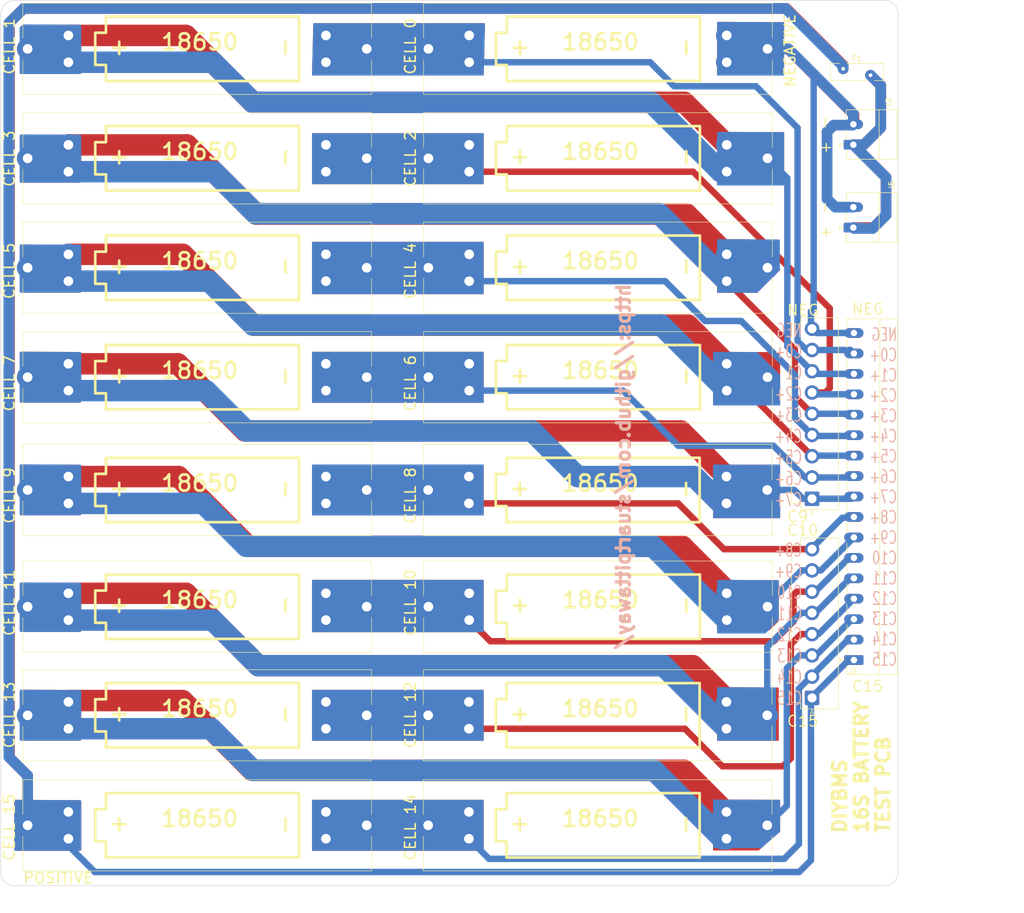
<source format=kicad_pcb>
(kicad_pcb (version 20221018) (generator pcbnew)
  (layers (0 "F.Cu" signal) (31 "B.Cu" signal) (34 "B.Paste" user) (35 "F.Paste" user) (36 "B.SilkS" user "B.Silkscreen") (37 "F.SilkS" user "F.Silkscreen") (38 "B.Mask" user) (39 "F.Mask" user) (44 "Edge.Cuts" user))
  (net 0 "")
  (net 1 "/POSITIVE")
  (net 2 "/NEGATIVE")
  (net 3 "/C4")
  (net 4 "/C3")
  (net 5 "/C2")
  (net 6 "/C1")
  (net 7 "/C15")
  (net 8 "/C14")
  (net 9 "/C13")
  (net 10 "/C12")
  (net 11 "/C11")
  (net 12 "/C10")
  (net 13 "/C9")
  (net 14 "/C8")
  (net 15 "/C7")
  (net 16 "/C6")
  (net 17 "/C5")
  (net 18 "Net-(J2-Pin_1)")
  (footprint "MYOUNG:MY-18650-01" (layer "F.Cu") (at 141.6 158)
    (fp_text reference "BT5" hide)
    (fp_text value "18650")
  )
  (footprint "MYOUNG:MY-18650-01" (layer "F.Cu") (at 216.3 115.22875)
    (fp_text reference "BT10" hide)
    (fp_text value "18650")
  )
  (footprint "MYOUNG:MY-18650-01" (layer "F.Cu") (at 141.6 115.22875)
    (fp_text reference "BT9" hide)
    (fp_text value "18650")
  )
  (footprint "MYOUNG:MY-18650-01" (layer "F.Cu") (at 141.6 74.42875)
    (fp_text reference "BT13" hide)
    (fp_text value "18650")
  )
  (footprint "MountingHole:MountingHole_3.5mm" (layer "F.Cu") (at 266.2 204)
    (fp_text reference "H2")
    (fp_text value "MountingHole")
  )
  (footprint "MYOUNG:MY-18650-01" (layer "F.Cu") (at 216.3 54.02875)
    (fp_text reference "BT16" hide)
    (fp_text value "18650")
  )
  (footprint "Ningbo Kangnex Elec:WJ15EDGRC-3.81-17P" (layer "F.Cu") (at 264 167.95 90)
    (fp_text reference "J1")
    (fp_text value "Conn_01x17_Socket")
  )
  (footprint "MYOUNG:MY-18650-01" (layer "F.Cu") (at 216.3 74.42875)
    (fp_text reference "BT14" hide)
    (fp_text value "18650")
  )
  (footprint "MountingHole:MountingHole_3.5mm" (layer "F.Cu") (at 266.2 51)
    (fp_text reference "H1")
    (fp_text value "MountingHole")
  )
  (footprint "MYOUNG:MY-18650-01" (layer "F.Cu") (at 216.25 178.25)
    (fp_text reference "BT4" hide)
    (fp_text value "18650")
  )
  (footprint "Connector_Phoenix_MC:PhoenixContact_MC_1,5_2-G-3.81_1x02_P3.81mm_Horizontal" (layer "F.Cu") (at 263.9 87.35 90)
    (fp_text reference "J5")
    (fp_text value "Power")
  )
  (footprint "MYOUNG:MY-18650-01" (layer "F.Cu") (at 141.6 198.75)
    (fp_text reference "BT1" hide)
    (fp_text value "18650")
  )
  (footprint "MYOUNG:MY-18650-01" (layer "F.Cu") (at 141.6 94.82875)
    (fp_text reference "BT11" hide)
    (fp_text value "18650")
  )
  (footprint "MYOUNG:MY-18650-01" (layer "F.Cu") (at 141.6 136.25)
    (fp_text reference "BT7" hide)
    (fp_text value "18650")
  )
  (footprint "MYOUNG:MY-18650-01" (layer "F.Cu") (at 216.25 198.75)
    (fp_text reference "BT2" hide)
    (fp_text value "18650")
  )
  (footprint "Connector_Phoenix_MC:PhoenixContact_MC_1,5_2-G-3.81_1x02_P3.81mm_Horizontal" (layer "F.Cu") (at 263.9 71.9 90)
    (fp_text reference "J2")
    (fp_text value "Power")
  )
  (footprint "MYOUNG:MY-18650-01" (layer "F.Cu") (at 216.25 136.25)
    (fp_text reference "BT8" hide)
    (fp_text value "18650")
  )
  (footprint "MYOUNG:MY-18650-01" (layer "F.Cu") (at 216.3 158)
    (fp_text reference "BT6" hide)
    (fp_text value "18650")
  )
  (footprint "MYOUNG:MY-18650-01" (layer "F.Cu") (at 141.6 54.02875)
    (fp_text reference "BT15" hide)
    (fp_text value "18650")
  )
  (footprint "Fuse:Fuse_Bourns_MF-RHT100" (layer "F.Cu") (at 262 57.75)
    (fp_text reference "F1")
    (fp_text value "Fuse, 100mA")
  )
  (footprint "MYOUNG:MY-18650-01" (layer "F.Cu") (at 216.3 94.82875)
    (fp_text reference "BT12" hide)
    (fp_text value "18650")
  )
  (footprint "MYOUNG:MY-18650-01" (layer "F.Cu") (at 141.6 178.25)
    (fp_text reference "BT3" hide)
    (fp_text value "18650")
  )
  (footprint "Connector_JST:JST_VH_B8P-VH_1x08_P3.96mm_Vertical" (layer "F.Cu") (at 256.2 175 90)
    (fp_text reference "J4" hide)
    (fp_text value "Conn_01x08_Socket")
  )
  (footprint "Connector_JST:JST_VH_B9P-VH_1x09_P3.96mm_Vertical" (layer "F.Cu") (at 256.2 137.88 90)
    (fp_text reference "J3" hide)
    (fp_text value "Conn_01x09_Socket")
  )
  (gr_line (start 269.732233 210) (end 107.5 210) (stroke (width 0.1)) (layer "Edge.Cuts"))
  (gr_line (start 272.232233 47.5) (end 272.232233 207.5) (stroke (width 0.1)) (layer "Edge.Cuts"))
  (gr_arc (start 105 47.5) (mid 105.732233 45.732233) (end 107.5 45) (stroke (width 0.1)) (layer "Edge.Cuts"))
  (gr_line (start 107.5 45) (end 269.732233 45) (stroke (width 0.1)) (layer "Edge.Cuts"))
  (gr_line (start 105 207.5) (end 105 47.5) (stroke (width 0.1)) (layer "Edge.Cuts"))
  (gr_arc (start 269.732233 45) (mid 271.5 45.732233) (end 272.232233 47.5) (stroke (width 0.1)) (layer "Edge.Cuts"))
  (gr_arc (start 272.232233 207.5) (mid 271.5 209.267767) (end 269.732233 210) (stroke (width 0.1)) (layer "Edge.Cuts"))
  (gr_arc (start 107.5 210) (mid 105.732233 209.267767) (end 105 207.5) (stroke (width 0.1)) (layer "Edge.Cuts"))
  (gr_text "C8+\nC9+\nC10\nC11\nC12\nC13\nC14\nC15" (at 254.5 176.5) (layer "B.SilkS") (effects (font (size 2.45 1.6) (thickness 0.24)) (justify left bottom mirror)))
  (gr_text "NEG\nC0+\nC1\nC2+\nC3+\nC4+\nC5+\nC6+\nC7+" (at 254.5 139.5) (layer "B.SilkS") (effects (font (size 2.45 1.6) (thickness 0.24)) (justify left bottom mirror)))
  (gr_text "https://github.com/stuartpittaway/" (at 222.5 97.5 90) (layer "B.SilkS") (effects (font (size 2.5 2.5) (thickness 0.6) bold) (justify left bottom mirror)))
  (gr_text locked "NEG\nC0+\nC1+\nC2+\nC3+\nC4+\nC5+\nC6+\nC7+\nC8+\nC9+\nC10\nC11\nC12\nC13\nC14\nC15" (at 272.2 169.2) (layer "B.SilkS") (effects (font (size 2.35 1.6) (thickness 0.24)) (justify left bottom mirror)))
  (gr_text locked "C15" (at 263.5 174) (layer "F.SilkS") (effects (font (size 2 2) (thickness 0.24)) (justify left bottom)))
  (gr_text "+" (at 257.45 73.45) (layer "F.SilkS") (effects (font (size 2 2) (thickness 0.24)) (justify left bottom)))
  (gr_text locked "NEG" (at 251.4 103.9) (layer "F.SilkS") (effects (font (size 2 2) (thickness 0.24)) (justify left bottom)))
  (gr_text locked "CELL 8" (at 182.5 142.714284 90) (layer "F.SilkS") (effects (font (size 2 2) (thickness 0.3)) (justify left bottom)))
  (gr_text locked "C10" (at 251.4 144.9) (layer "F.SilkS") (effects (font (size 2 2) (thickness 0.24)) (justify left bottom)))
  (gr_text "CELL 9" (at 107.75 142.714284 90) (layer "F.SilkS") (effects (font (size 2 2) (thickness 0.3)) (justify left bottom)))
  (gr_text locked "CELL 14" (at 182.5 205.5 90) (layer "F.SilkS") (effects (font (size 2 2) (thickness 0.3)) (justify left bottom)))
  (gr_text "CELL 13" (at 107.75 184.571426 90) (layer "F.SilkS") (effects (font (size 2 2) (thickness 0.3)) (justify left bottom)))
  (gr_text "CELL 1" (at 107.75 59 90) (layer "F.SilkS") (effects (font (size 2 2) (thickness 0.3)) (justify left bottom)))
  (gr_text "CELL 5" (at 107.75 100.857142 90) (layer "F.SilkS") (effects (font (size 2 2) (thickness 0.3)) (justify left bottom)))
  (gr_text locked "CELL 2" (at 182.5 79.928571 90) (layer "F.SilkS") (effects (font (size 2 2) (thickness 0.3)) (justify left bottom)))
  (gr_text "+" (at 257.45 89.25) (layer "F.SilkS") (effects (font (size 2 2) (thickness 0.24)) (justify left bottom)))
  (gr_text locked "NEGATIVE" (at 253.25 61.35 90) (layer "F.SilkS") (effects (font (size 2 2) (thickness 0.3)) (justify left bottom)))
  (gr_text locked "CELL 6" (at 182.5 121.785713 90) (layer "F.SilkS") (effects (font (size 2 2) (thickness 0.3)) (justify left bottom)))
  (gr_text locked "CELL 10" (at 182.5 163.642855 90) (layer "F.SilkS") (effects (font (size 2 2) (thickness 0.3)) (justify left bottom)))
  (gr_text locked "POSITIVE" (at 109 209.75) (layer "F.SilkS") (effects (font (size 2 2) (thickness 0.3)) (justify left bottom)))
  (gr_text locked "CELL 4" (at 182.5 100.857142 90) (layer "F.SilkS") (effects (font (size 2 2) (thickness 0.3)) (justify left bottom)))
  (gr_text locked "NEG" (at 263.5 103.7) (layer "F.SilkS") (effects (font (size 2 2) (thickness 0.24)) (justify left bottom)))
  (gr_text locked "C9" (at 251.4 142.4) (layer "F.SilkS") (effects (font (size 2 2) (thickness 0.24)) (justify left bottom)))
  (gr_text locked "CELL 0" (at 182.5 59 90) (layer "F.SilkS") (effects (font (size 2 2) (thickness 0.3)) (justify left bottom)))
  (gr_text "-" (at 259.7 85 90) (layer "F.SilkS") (effects (font (size 2 2) (thickness 0.24)) (justify left bottom)))
  (gr_text "-" (at 259.7 69.2 90) (layer "F.SilkS") (effects (font (size 2 2) (thickness 0.24)) (justify left bottom)))
  (gr_text "CELL 3" (at 107.75 79.928571 90) (layer "F.SilkS") (effects (font (size 2 2) (thickness 0.3)) (justify left bottom)))
  (gr_text locked "C15" (at 251.4 180.5) (layer "F.SilkS") (effects (font (size 2 2) (thickness 0.24)) (justify left bottom)))
  (gr_text "DIYBMS\n16S BATTERY\nTEST PCB" (at 270.9 200.5 90) (layer "F.SilkS") (effects (font (size 2.5 2.5) (thickness 0.6) bold) (justify left bottom)))
  (gr_text "CELL 7" (at 107.75 121.785713 90) (layer "F.SilkS") (effects (font (size 2 2) (thickness 0.3)) (justify left bottom)))
  (gr_text "CELL 15" (at 107.75 205.5 90) (layer "F.SilkS") (effects (font (size 2 2) (thickness 0.3)) (justify left bottom)))
  (gr_text "CELL 11" (at 107.75 163.642855 90) (layer "F.SilkS") (effects (font (size 2 2) (thickness 0.3)) (justify left bottom)))
  (gr_text locked "CELL 12" (at 182.5 184.571426 90) (layer "F.SilkS") (effects (font (size 2 2) (thickness 0.3)) (justify left bottom)))
  (segment (start 109.25 46.5) (end 106.6 49.15) (width 2) (layer "F.Cu") (net 1))
  (segment (start 106.6 49.15) (end 106.6 186.1) (width 2) (layer "F.Cu") (net 1))
  (segment (start 262 57.1) (end 251.4 46.5) (width 2) (layer "F.Cu") (net 1))
  (segment (start 106.6 186.1) (end 110 189.5) (width 2) (layer "F.Cu") (net 1))
  (segment (start 262 57.75) (end 262 57.1) (width 2) (layer "F.Cu") (net 1))
  (segment (start 110 189.5) (end 110 198.75) (width 2) (layer "F.Cu") (net 1))
  (segment (start 251.4 46.5) (end 109.25 46.5) (width 2) (layer "F.Cu") (net 1))
  (segment (start 256 175.2) (end 256 205.25) (width 1.2) (layer "B.Cu") (net 1))
  (segment (start 262 57.25) (end 262 57.75) (width 2) (layer "B.Cu") (net 1))
  (segment (start 109.25 46.5) (end 251.25 46.5) (width 2) (layer "B.Cu") (net 1))
  (segment (start 117.6 202.52875) (end 117.6 201.25) (width 1.2) (layer "B.Cu") (net 1))
  (segment (start 253.8 207.45) (end 122.52125 207.45) (width 1.2) (layer "B.Cu") (net 1))
  (segment (start 106.5 49.25) (end 109.25 46.5) (width 2) (layer "B.Cu") (net 1))
  (segment (start 110 189.5) (end 106.5 186) (width 2) (layer "B.Cu") (net 1))
  (segment (start 256 205.25) (end 253.8 207.45) (width 1.2) (layer "B.Cu") (net 1))
  (segment (start 106.5 186) (end 106.5 49.25) (width 2) (layer "B.Cu") (net 1))
  (segment (start 251.25 46.5) (end 262 57.25) (width 2) (layer "B.Cu") (net 1))
  (segment (start 263.05 167.95) (end 256.2 174.8) (width 1.2) (layer "B.Cu") (net 1))
  (segment (start 122.52125 207.45) (end 117.6 202.52875) (width 1.2) (layer "B.Cu") (net 1))
  (segment (start 110 198.75) (end 110 189.5) (width 2) (layer "B.Cu") (net 1))
  (segment (start 251.72875 54.02875) (end 247.9 54.02875) (width 2) (layer "F.Cu") (net 2))
  (segment (start 264 67.99) (end 264 66.3) (width 2) (layer "F.Cu") (net 2))
  (segment (start 264 66.3) (end 251.72875 54.02875) (width 2) (layer "F.Cu") (net 2))
  (segment (start 263.9 68.09) (end 264 67.99) (width 2) (layer "F.Cu") (net 2))
  (segment (start 259 69.5) (end 260.25 68.25) (width 2) (layer "B.Cu") (net 2))
  (segment (start 263.74 68.25) (end 263.9 68.09) (width 2) (layer "B.Cu") (net 2))
  (segment (start 259 82) (end 259 69.5) (width 2) (layer "B.Cu") (net 2))
  (segment (start 264 106.99) (end 256.99 106.99) (width 1.2) (layer "B.Cu") (net 2))
  (segment (start 256 103) (end 256.5 102.5) (width 1.2) (layer "B.Cu") (net 2))
  (segment (start 256.5 102.5) (end 256.5 59) (width 1.2) (layer "B.Cu") (net 2))
  (segment (start 263.9 66.15) (end 251.77875 54.02875) (width 2) (layer "B.Cu") (net 2))
  (segment (start 260.54 83.54) (end 259 82) (width 2) (layer "B.Cu") (net 2))
  (segment (start 256.5 59) (end 251.52875 54.02875) (width 1.2) (layer "B.Cu") (net 2))
  (segment (start 251.77875 54.02875) (end 247.9 54.02875) (width 2) (layer "B.Cu") (net 2))
  (segment (start 256.99 106.99) (end 256.2 106.2) (width 1.2) (layer "B.Cu") (net 2))
  (segment (start 256 106) (end 256 103) (width 1.2) (layer "B.Cu") (net 2))
  (segment (start 251.52875 54.02875) (end 247.9 54.02875) (width 1.2) (layer "B.Cu") (net 2))
  (segment (start 263.9 68.09) (end 263.9 66.15) (width 2) (layer "B.Cu") (net 2))
  (segment (start 263.9 83.54) (end 260.54 83.54) (width 2) (layer "B.Cu") (net 2))
  (segment (start 260.25 68.25) (end 263.74 68.25) (width 2) (layer "B.Cu") (net 2))
  (segment (start 152.6 84.82875) (end 232.8 84.82875) (width 4) (layer "F.Cu") (net 3))
  (segment (start 117.6 71.92875) (end 139.7 71.92875) (width 4) (layer "F.Cu") (net 3))
  (segment (start 232.8 84.82875) (end 240.3 92.32875) (width 4) (layer "F.Cu") (net 3))
  (segment (start 256.2 122.04) (end 253 118.84) (width 1.2) (layer "F.Cu") (net 3))
  (segment (start 240.3 97.32875) (end 245.4 97.32875) (width 3) (layer "F.Cu") (net 3))
  (segment (start 245.4 97.32875) (end 247.9 94.82875) (width 3) (layer "F.Cu") (net 3))
  (segment (start 253 118.84) (end 253 110.02875) (width 1.2) (layer "F.Cu") (net 3))
  (segment (start 253 110.02875) (end 240.3 97.32875) (width 1.2) (layer "F.Cu") (net 3))
  (segment (start 139.7 71.92875) (end 152.6 84.82875) (width 4) (layer "F.Cu") (net 3))
  (segment (start 240.3 97.32875) (end 240.3 92.32875) (width 3) (layer "F.Cu") (net 3))
  (segment (start 256.2 122.04) (end 263.81 122.04) (width 1.2) (layer "B.Cu") (net 3))
  (segment (start 117.6 76.92875) (end 144.67875 76.92875) (width 4) (layer "B.Cu") (net 3))
  (segment (start 152.5 84.75) (end 227.72125 84.75) (width 4) (layer "B.Cu") (net 3))
  (segment (start 144.67875 76.92875) (end 152.5 84.75) (width 4) (layer "B.Cu") (net 3))
  (segment (start 227.72125 84.75) (end 240.3 97.32875) (width 4) (layer "B.Cu") (net 3))
  (segment (start 259.5 117.25) (end 258.67 118.08) (width 1.2) (layer "F.Cu") (net 4))
  (segment (start 234.034587 76.92875) (end 259.5 102.394163) (width 1.2) (layer "F.Cu") (net 4))
  (segment (start 258.67 118.08) (end 256.2 118.08) (width 1.2) (layer "F.Cu") (net 4))
  (segment (start 192.3 76.92875) (end 234.034587 76.92875) (width 1.2) (layer "F.Cu") (net 4))
  (segment (start 259.5 102.394163) (end 259.5 117.25) (width 1.2) (layer "F.Cu") (net 4))
  (segment (start 193.92875 76.92875) (end 192.3 76.92875) (width 1.2) (layer "B.Cu") (net 4))
  (segment (start 264 118.42) (end 256.54 118.42) (width 1.2) (layer "B.Cu") (net 4))
  (segment (start 194 77) (end 193.92875 76.92875) (width 1.2) (layer "B.Cu") (net 4))
  (segment (start 256.54 118.42) (end 256.2 118.08) (width 1.2) (layer "B.Cu") (net 4))
  (segment (start 240.3 76.92875) (end 245.4 76.92875) (width 3) (layer "F.Cu") (net 5))
  (segment (start 232.37125 64) (end 240.3 71.92875) (width 4) (layer "F.Cu") (net 5))
  (segment (start 245.4 76.92875) (end 247.9 74.42875) (width 3) (layer "F.Cu") (net 5))
  (segment (start 117.6 51.52875) (end 139.5 51.52875) (width 4) (layer "F.Cu") (net 5))
  (segment (start 139.5 51.52875) (end 151.97125 64) (width 4) (layer "F.Cu") (net 5))
  (segment (start 240.3 71.92875) (end 240.3 76.92875) (width 3) (layer "F.Cu") (net 5))
  (segment (start 151.97125 64) (end 232.37125 64) (width 4) (layer "F.Cu") (net 5))
  (segment (start 256.2 114.12) (end 251.6 109.52) (width 1.2) (layer "B.Cu") (net 5))
  (segment (start 144.52875 56.52875) (end 117.6 56.52875) (width 4) (layer "B.Cu") (net 5))
  (segment (start 239.17875 76.92875) (end 226.25 64) (width 4) (layer "B.Cu") (net 5))
  (segment (start 152 64) (end 144.52875 56.52875) (width 4) (layer "B.Cu") (net 5))
  (segment (start 251.6 78.12875) (end 247.9 74.42875) (width 1.2) (layer "B.Cu") (net 5))
  (segment (start 264 114.61) (end 256.69 114.61) (width 1.2) (layer "B.Cu") (net 5))
  (segment (start 226.25 64) (end 152 64) (width 4) (layer "B.Cu") (net 5))
  (segment (start 240.3 76.92875) (end 239.17875 76.92875) (width 4) (layer "B.Cu") (net 5))
  (segment (start 251.6 109.52) (end 251.6 78.12875) (width 1.2) (layer "B.Cu") (net 5))
  (segment (start 255.16 110.16) (end 253.5 108.5) (width 1.2) (layer "B.Cu") (net 6))
  (segment (start 253.5 108.5) (end 253.5 68.75) (width 1.2) (layer "B.Cu") (net 6))
  (segment (start 253.5 68.75) (end 245.75 61) (width 1.2) (layer "B.Cu") (net 6))
  (segment (start 245.75 61) (end 230.5 61) (width 1.2) (layer "B.Cu") (net 6))
  (segment (start 230.5 61) (end 226.02875 56.52875) (width 1.2) (layer "B.Cu") (net 6))
  (segment (start 263.36 110.16) (end 255.16 110.16) (width 1.2) (layer "B.Cu") (net 6))
  (segment (start 264 110.8) (end 263.36 110.16) (width 1.2) (layer "B.Cu") (net 6))
  (segment (start 226.02875 56.52875) (end 192.3 56.52875) (width 1.2) (layer "B.Cu") (net 6))
  (segment (start 253.75 202.25) (end 251 205) (width 1.2) (layer "B.Cu") (net 7))
  (segment (start 251 205) (end 196 205) (width 1.2) (layer "B.Cu") (net 7))
  (segment (start 196 205) (end 192.25 201.25) (width 1.2) (layer "B.Cu") (net 7))
  (segment (start 253.75 173.29) (end 253.75 202.25) (width 1.2) (layer "B.Cu") (net 7))
  (segment (start 262.9 164.14) (end 253.75 173.29) (width 1.2) (layer "B.Cu") (net 7))
  (segment (start 240.25 196.25) (end 240.25 201.25) (width 3) (layer "F.Cu") (net 8))
  (segment (start 138.87125 175.5) (end 151.87125 188.5) (width 4) (layer "F.Cu") (net 8))
  (segment (start 240.25 201.25) (end 245.35 201.25) (width 3) (layer "F.Cu") (net 8))
  (segment (start 245.35 201.25) (end 247.85 198.75) (width 3) (layer "F.Cu") (net 8))
  (segment (start 151.87125 188.5) (end 232.375 188.5) (width 4) (layer "F.Cu") (net 8))
  (segment (start 232.375 188.5) (end 240.125 196.25) (width 4) (layer "F.Cu") (net 8))
  (segment (start 117.6 175.75) (end 117.85 175.5) (width 4) (layer "F.Cu") (net 8))
  (segment (start 240.125 196.25) (end 240.25 196.25) (width 4) (layer "F.Cu") (net 8))
  (segment (start 117.85 175.5) (end 138.87125 175.5) (width 4) (layer "F.Cu") (net 8))
  (segment (start 239.5 201.25) (end 240.25 201.25) (width 4) (layer "B.Cu") (net 8))
  (segment (start 117.6 180.75) (end 144.25 180.75) (width 4) (layer "B.Cu") (net 8))
  (segment (start 263.67 160.33) (end 256.92 167.08) (width 1.2) (layer "B.Cu") (net 8))
  (segment (start 226.75 188.5) (end 239.5 201.25) (width 4) (layer "B.Cu") (net 8))
  (segment (start 253.92 167.08) (end 251.5 169.5) (width 1.2) (layer "B.Cu") (net 8))
  (segment (start 152 188.5) (end 226.75 188.5) (width 4) (layer "B.Cu") (net 8))
  (segment (start 144.25 180.75) (end 152 188.5) (width 4) (layer "B.Cu") (net 8))
  (segment (start 251.5 169.5) (end 251.5 195.1) (width 1.2) (layer "B.Cu") (net 8))
  (segment (start 256.2 167.08) (end 253.92 167.08) (width 1.2) (layer "B.Cu") (net 8))
  (segment (start 251.5 195.1) (end 247.85 198.75) (width 1.2) (layer "B.Cu") (net 8))
  (segment (start 252.25 186.25) (end 250.75 187.75) (width 1.2) (layer "F.Cu") (net 9))
  (segment (start 250.75 187.75) (end 239.5 187.75) (width 1.2) (layer "F.Cu") (net 9))
  (segment (start 252.25 165) (end 252.25 186.25) (width 1.2) (layer "F.Cu") (net 9))
  (segment (start 256.2 163.12) (end 254.13 163.12) (width 1.2) (layer "F.Cu") (net 9))
  (segment (start 254.13 163.12) (end 252.25 165) (width 1.2) (layer "F.Cu") (net 9))
  (segment (start 239.5 187.75) (end 232.5 180.75) (width 1.2) (layer "F.Cu") (net 9))
  (segment (start 232.5 180.75) (end 192.25 180.75) (width 1.2) (layer "F.Cu") (net 9))
  (segment (start 264 156.52) (end 257.4 163.12) (width 1.2) (layer "B.Cu") (net 9))
  (segment (start 234 169) (end 240.25 175.25) (width 4) (layer "F.Cu") (net 10))
  (segment (start 240.25 175.25) (end 240.25 175.75) (width 4) (layer "F.Cu") (net 10))
  (segment (start 153 169) (end 234 169) (width 4) (layer "F.Cu") (net 10))
  (segment (start 139.5 155.5) (end 153 169) (width 4) (layer "F.Cu") (net 10))
  (segment (start 245.35 180.75) (end 247.85 178.25) (width 3) (layer "F.Cu") (net 10))
  (segment (start 117.6 155.5) (end 139.5 155.5) (width 4) (layer "F.Cu") (net 10))
  (segment (start 240.25 180.75) (end 240.25 175.75) (width 3) (layer "F.Cu") (net 10))
  (segment (start 240.25 180.75) (end 245.35 180.75) (width 3) (layer "F.Cu") (net 10))
  (segment (start 254.16 159.16) (end 247.85 165.47) (width 1.2) (layer "B.Cu") (net 10))
  (segment (start 247.85 165.47) (end 247.85 178.25) (width 1.2) (layer "B.Cu") (net 10))
  (segment (start 263.29 152.71) (end 256.84 159.16) (width 1.2) (layer "B.Cu") (net 10))
  (segment (start 144.5 160.5) (end 117.5 160.5) (width 4) (layer "B.Cu") (net 10))
  (segment (start 153 169) (end 144.5 160.5) (width 4) (layer "B.Cu") (net 10))
  (segment (start 256.2 159.16) (end 254.16 159.16) (width 1.2) (layer "B.Cu") (net 10))
  (segment (start 228.5 169) (end 153 169) (width 4) (layer "B.Cu") (net 10))
  (segment (start 240.25 180.75) (end 228.5 169) (width 4) (layer "B.Cu") (net 10))
  (segment (start 252.75 160.75) (end 249.05 164.45) (width 1.2) (layer "F.Cu") (net 11))
  (segment (start 253.3 155.2) (end 252.75 155.75) (width 1.2) (layer "F.Cu") (net 11))
  (segment (start 196.25 164.45) (end 192.3 160.5) (width 1.2) (layer "F.Cu") (net 11))
  (segment (start 256.2 155.2) (end 253.3 155.2) (width 1.2) (layer "F.Cu") (net 11))
  (segment (start 252.75 155.75) (end 252.75 160.75) (width 1.2) (layer "F.Cu") (net 11))
  (segment (start 249.05 164.45) (end 196.25 164.45) (width 1.2) (layer "F.Cu") (net 11))
  (segment (start 263.1 148.9) (end 256.8 155.2) (width 1.2) (layer "B.Cu") (net 11))
  (segment (start 240.3 155.014375) (end 240.3 155.5) (width 4) (layer "F.Cu") (net 12))
  (segment (start 151.12125 146.75) (end 232.035625 146.75) (width 4) (layer "F.Cu") (net 12))
  (segment (start 240.3 155.5) (end 240.3 160.5) (width 3) (layer "F.Cu") (net 12))
  (segment (start 245.4 160.5) (end 247.9 158) (width 3) (layer "F.Cu") (net 12))
  (segment (start 138.12125 133.75) (end 151.12125 146.75) (width 4) (layer "F.Cu") (net 12))
  (segment (start 117.6 133.75) (end 138.12125 133.75) (width 4) (layer "F.Cu") (net 12))
  (segment (start 240.3 160.5) (end 245.4 160.5) (width 3) (layer "F.Cu") (net 12))
  (segment (start 232.035625 146.75) (end 240.3 155.014375) (width 4) (layer "F.Cu") (net 12))
  (segment (start 257.85 151.24) (end 254.24 151.24) (width 1.2) (layer "B.Cu") (net 12))
  (segment (start 150.75 146.75) (end 142.75 138.75) (width 4) (layer "B.Cu") (net 12))
  (segment (start 264 145.09) (end 257.85 151.24) (width 1.2) (layer "B.Cu") (net 12))
  (segment (start 254.24 151.24) (end 247.9 157.58) (width 1.2) (layer "B.Cu") (net 12))
  (segment (start 226.55 146.75) (end 150.75 146.75) (width 4) (layer "B.Cu") (net 12))
  (segment (start 240.3 160.5) (end 226.55 146.75) (width 4) (layer "B.Cu") (net 12))
  (segment (start 142.75 138.75) (end 117.5 138.75) (width 4) (layer "B.Cu") (net 12))
  (segment (start 239.78 147.28) (end 231.25 138.75) (width 1.2) (layer "F.Cu") (net 13))
  (segment (start 256.2 147.28) (end 239.78 147.28) (width 1.2) (layer "F.Cu") (net 13))
  (segment (start 231.25 138.75) (end 192.25 138.75) (width 1.2) (layer "F.Cu") (net 13))
  (segment (start 261.86125 141.41875) (end 256.2 147.08) (width 1.2) (layer "B.Cu") (net 13))
  (segment (start 263.86125 141.41875) (end 261.86125 141.41875) (width 1.2) (layer "B.Cu") (net 13))
  (segment (start 240.25 138.75) (end 245.35 138.75) (width 3) (layer "F.Cu") (net 14))
  (segment (start 150.52125 125.25) (end 231.75 125.25) (width 4) (layer "F.Cu") (net 14))
  (segment (start 117.6 112.72875) (end 138 112.72875) (width 4) (layer "F.Cu") (net 14))
  (segment (start 240.25 133.75) (end 240.25 138.75) (width 3) (layer "F.Cu") (net 14))
  (segment (start 231.75 125.25) (end 240.25 133.75) (width 4) (layer "F.Cu") (net 14))
  (segment (start 138 112.72875) (end 150.52125 125.25) (width 4) (layer "F.Cu") (net 14))
  (segment (start 245.35 138.75) (end 247.85 136.25) (width 3) (layer "F.Cu") (net 14))
  (segment (start 143.22875 117.72875) (end 150.75 125.25) (width 4) (layer "B.Cu") (net 14))
  (segment (start 150.75 125.25) (end 204 125.25) (width 4) (layer "B.Cu") (net 14))
  (segment (start 254.522812 137.88) (end 252.892812 136.25) (width 1.2) (layer "B.Cu") (net 14))
  (segment (start 263.59 137.88) (end 254.522812 137.88) (width 1.2) (layer "B.Cu") (net 14))
  (segment (start 234.25 133.75) (end 239.25 138.75) (width 4) (layer "B.Cu") (net 14))
  (segment (start 212.5 133.75) (end 234.25 133.75) (width 4) (layer "B.Cu") (net 14))
  (segment (start 204 125.25) (end 212.5 133.75) (width 4) (layer "B.Cu") (net 14))
  (segment (start 239.25 138.75) (end 240.25 138.75) (width 4) (layer "B.Cu") (net 14))
  (segment (start 117.6 117.72875) (end 143.22875 117.72875) (width 4) (layer "B.Cu") (net 14))
  (segment (start 264 137.47) (end 263.59 137.88) (width 1.2) (layer "B.Cu") (net 14))
  (segment (start 252.892812 136.25) (end 247.85 136.25) (width 1.2) (layer "B.Cu") (net 14))
  (segment (start 220.97875 117.72875) (end 192.3 117.72875) (width 1.2) (layer "B.Cu") (net 15))
  (segment (start 254.92 133.92) (end 249 128) (width 1.2) (layer "B.Cu") (net 15))
  (segment (start 249 128) (end 231.25 128) (width 1.2) (layer "B.Cu") (net 15))
  (segment (start 263.74 133.92) (end 254.92 133.92) (width 1.2) (layer "B.Cu") (net 15))
  (segment (start 231.25 128) (end 220.97875 117.72875) (width 1.2) (layer "B.Cu") (net 15))
  (segment (start 245.4 117.72875) (end 247.9 115.22875) (width 3) (layer "F.Cu") (net 16))
  (segment (start 152.1 105.52875) (end 233.1 105.52875) (width 4) (layer "F.Cu") (net 16))
  (segment (start 240.3 117.72875) (end 245.4 117.72875) (width 3) (layer "F.Cu") (net 16))
  (segment (start 138.9 92.32875) (end 152.1 105.52875) (width 4) (layer "F.Cu") (net 16))
  (segment (start 117.6 92.32875) (end 138.9 92.32875) (width 4) (layer "F.Cu") (net 16))
  (segment (start 256.2 129.95) (end 243.97875 117.72875) (width 1.2) (layer "F.Cu") (net 16))
  (segment (start 240.3 117.72875) (end 240.3 112.72875) (width 3) (layer "F.Cu") (net 16))
  (segment (start 243.97875 117.72875) (end 240.3 117.72875) (width 1.2) (layer "F.Cu") (net 16))
  (segment (start 233.1 105.52875) (end 240.3 112.72875) (width 4) (layer "F.Cu") (net 16))
  (segment (start 152 105.5) (end 143.82875 97.32875) (width 4) (layer "B.Cu") (net 16))
  (segment (start 143.82875 97.32875) (end 117.6 97.32875) (width 4) (layer "B.Cu") (net 16))
  (segment (start 240.3 117.72875) (end 228.07125 105.5) (width 4) (layer "B.Cu") (net 16))
  (segment (start 228.07125 105.5) (end 152 105.5) (width 4) (layer "B.Cu") (net 16))
  (segment (start 264 129.85) (end 256.31 129.85) (width 1.2) (layer "B.Cu") (net 16))
  (segment (start 253 122.8) (end 253 114.75) (width 1.2) (layer "B.Cu") (net 17))
  (segment (start 253 114.75) (end 243 104.75) (width 1.2) (layer "B.Cu") (net 17))
  (segment (start 256.37875 126.17875) (end 256.2 126) (width 1.2) (layer "B.Cu") (net 17))
  (segment (start 243 104.75) (end 236.25 104.75) (width 1.2) (layer "B.Cu") (net 17))
  (segment (start 256.2 126) (end 253 122.8) (width 1.2) (layer "B.Cu") (net 17))
  (segment (start 263.86125 126.17875) (end 256.37875 126.17875) (width 1.2) (layer "B.Cu") (net 17))
  (segment (start 236.25 104.75) (end 228.82875 97.32875) (width 1.2) (layer "B.Cu") (net 17))
  (segment (start 228.82875 97.32875) (end 192.3 97.32875) (width 1.2) (layer "B.Cu") (net 17))
  (segment (start 263.9 71.9) (end 265.85 71.9) (width 2) (layer "F.Cu") (net 18))
  (segment (start 269 68.75) (end 269 60.85) (width 2) (layer "F.Cu") (net 18))
  (segment (start 269 60.85) (end 267.1 58.95) (width 2) (layer "F.Cu") (net 18))
  (segment (start 267.65 87.35) (end 263.9 87.35) (width 2) (layer "F.Cu") (net 18))
  (segment (start 263.9 71.9) (end 270 78) (width 2) (layer "F.Cu") (net 18))
  (segment (start 270 85) (end 267.65 87.35) (width 2) (layer "F.Cu") (net 18))
  (segment (start 270 78) (end 270 85) (width 2) (layer "F.Cu") (net 18))
  (segment (start 265.85 71.9) (end 269 68.75) (width 2) (layer "F.Cu") (net 18))
  (segment (start 264.05 87.5) (end 263.9 87.35) (width 2) (layer "B.Cu") (net 18))
  (segment (start 267.5 87.5) (end 264.05 87.5) (width 2) (layer "B.Cu") (net 18))
  (segment (start 267.1 58.95) (end 269 60.85) (width 2) (layer "B.Cu") (net 18))
  (segment (start 270 78) (end 270 85) (width 2) (layer "B.Cu") (net 18))
  (segment (start 269 60.85) (end 269 68.75) (width 2) (layer "B.Cu") (net 18))
  (segment (start 263.9 71.9) (end 270 78) (width 2) (layer "B.Cu") (net 18))
  (segment (start 270 85) (end 267.5 87.5) (width 2) (layer "B.Cu") (net 18))
  (segment (start 269 68.75) (end 265.85 71.9) (width 2) (layer "B.Cu") (net 18))
  (segment (start 265.85 71.9) (end 263.9 71.9) (width 2) (layer "B.Cu") (net 18))
  (zone (net 3) (net_name "/C4") (layers "F&B.Cu") (connect_pads yes (clearance 0.8)) (min_thickness 0.25) (fill yes (thermal_gap 0.5) (thermal_bridge_width 0.5))
    (polygon (pts (xy 238.5 89.5) (xy 250.5 89.558216) (xy 250.5 94) (xy 250.5 95) (xy 246 99.5) (xy 238.5 99.5)))
  )
  (zone (net 10) (net_name "/C12") (layers "F&B.Cu") (connect_pads yes (clearance 1)) (min_thickness 0.5) (fill yes (thermal_gap 0.5) (thermal_bridge_width 0.5))
    (polygon (pts (xy 107.986044 153.475676) (xy 119.986044 153.533892) (xy 119.986044 162.725676) (xy 107.986044 162.725676)))
  )
  (zone (net 14) (net_name "/C8") (layers "F&B.Cu") (connect_pads yes (clearance 1)) (min_thickness 0.25) (fill yes (thermal_gap 0.5) (thermal_bridge_width 0.5))
    (polygon (pts (xy 237.75 131.5) (xy 245.749826 131.537257) (xy 250.25 131.5) (xy 250.25 136) (xy 250.25 138) (xy 250.25 141.5) (xy 246.25 141.5) (xy 237.75 141.5)))
  )
  (zone (net 5) (net_name "/C2") (layers "F&B.Cu") (connect_pads yes (clearance 0.8)) (min_thickness 0.25) (fill yes (thermal_gap 0.5) (thermal_bridge_width 0.5))
    (polygon (pts (xy 238.5 69.5) (xy 251 69.558216) (xy 251 79.5) (xy 238.5 79.5)))
  )
  (zone (net 16) (net_name "/C6") (layers "F&B.Cu") (connect_pads yes (clearance 1)) (min_thickness 0.5) (fill yes (thermal_gap 0.5) (thermal_bridge_width 0.5))
    (polygon (pts (xy 107.986044 90.475676) (xy 119.986044 90.533892) (xy 119.986044 99.475676) (xy 107.986044 99.475676)))
  )
  (zone (net 4) (net_name "/C3") (layers "F&B.Cu") (connect_pads yes (clearance 0.5)) (min_thickness 0.25) (fill yes (thermal_gap 0.5) (thermal_bridge_width 0.5))
    (polygon (pts (xy 163 69.75) (xy 195 69.75) (xy 195 79.25) (xy 163 79.25)))
  )
  (zone (net 8) (net_name "/C14") (layers "F&B.Cu") (connect_pads yes (clearance 1.4)) (min_thickness 0.25) (fill yes (thermal_gap 0.5) (thermal_bridge_width 0.5))
    (polygon (pts (xy 237.75 193.941784) (xy 250.25 194) (xy 250.25 199.941784) (xy 246.25 203.441784) (xy 245.25 203.441784) (xy 237.75 203.441784)))
  )
  (zone (net 12) (net_name "/C10") (layers "F&B.Cu") (connect_pads yes (clearance 1.4)) (min_thickness 0.25) (fill yes (thermal_gap 0.5) (thermal_bridge_width 0.5))
    (polygon (pts (xy 238.5 153) (xy 250 153.058216) (xy 250 159.5) (xy 250 163) (xy 245.5 163) (xy 238.5 163)))
  )
  (zone (net 17) (net_name "/C5") (layers "F&B.Cu") (connect_pads yes (clearance 0.5)) (min_thickness 0.25) (fill yes (thermal_gap 0.5) (thermal_bridge_width 0.5))
    (polygon (pts (xy 163 90) (xy 195 90) (xy 195 99.75) (xy 163 99.75)))
  )
  (zone (net 2) (net_name "/NEGATIVE") (layers "F&B.Cu") (connect_pads yes (clearance 0.8)) (min_thickness 0.25) (fill yes (thermal_gap 0.5) (thermal_bridge_width 0.5))
    (polygon (pts (xy 238.5 49) (xy 251 49.058216) (xy 251 59) (xy 238.5 59)))
  )
  (zone (net 8) (net_name "/C14") (layers "F&B.Cu") (connect_pads yes (clearance 1)) (min_thickness 0.5) (fill yes (thermal_gap 0.5) (thermal_bridge_width 0.5))
    (polygon (pts (xy 107.988476 173.474331) (xy 119.988476 173.532547) (xy 119.988476 182.974331) (xy 107.988476 182.974331)))
  )
  (zone (net 12) (net_name "/C10") (layers "F&B.Cu") (connect_pads yes (clearance 1)) (min_thickness 0.5) (fill yes (thermal_gap 0.5) (thermal_bridge_width 0.5))
    (polygon (pts (xy 107.986044 131.475676) (xy 119.986044 131.533892) (xy 119.986044 140.975676) (xy 107.986044 140.975676)))
  )
  (zone (net 11) (net_name "/C11") (layers "F&B.Cu") (connect_pads yes (clearance 0.5)) (min_thickness 0.25) (fill yes (thermal_gap 0.5) (thermal_bridge_width 0.5))
    (polygon (pts (xy 163 153) (xy 195 153) (xy 195 162.75) (xy 163 162.75)))
  )
  (zone (net 15) (net_name "/C7") (layers "F&B.Cu") (connect_pads yes (clearance 0.5)) (min_thickness 0.25) (fill yes (thermal_gap 0.5) (thermal_bridge_width 0.5))
    (polygon (pts (xy 163 110.5) (xy 195 110.5) (xy 195 120) (xy 163 120)))
  )
  (zone (net 16) (net_name "/C6") (layers "F&B.Cu") (connect_pads yes (clearance 1.4)) (min_thickness 0.4) (fill yes (thermal_gap 0.5) (thermal_bridge_width 0.5))
    (polygon (pts (xy 237.75 110.5) (xy 250.25 110.558216) (xy 250.25 120.5) (xy 237.75 120.5)))
  )
  (zone (net 9) (net_name "/C13") (layers "F&B.Cu") (connect_pads yes (clearance 0.5)) (min_thickness 0.25) (fill yes (thermal_gap 0.5) (thermal_bridge_width 0.5))
    (polygon (pts (xy 163 173.5) (xy 195 173.5) (xy 195 183) (xy 163 183)))
  )
  (zone (net 6) (net_name "/C1") (layers "F&B.Cu") (connect_pads yes (clearance 0.5)) (min_thickness 0.25) (fill yes (thermal_gap 0.5) (thermal_bridge_width 0.5))
    (polygon (pts (xy 163.25 49.25) (xy 195.25 49.25) (xy 195 59) (xy 163 59)))
  )
  (zone (net 7) (net_name "/C15") (layers "F&B.Cu") (connect_pads yes (clearance 0.5)) (min_thickness 0.25) (fill yes (thermal_gap 0.5) (thermal_bridge_width 0.5))
    (polygon (pts (xy 163 194) (xy 195 194) (xy 195 203.5) (xy 163 203.5)))
  )
  (zone (net 1) (net_name "/POSITIVE") (layers "F&B.Cu") (connect_pads yes (clearance 1)) (min_thickness 0.5) (fill yes (thermal_gap 0.5) (thermal_bridge_width 0.5))
    (polygon (pts (xy 107.5 194) (xy 120 194.058216) (xy 120 203.5) (xy 107.5 203.5)))
  )
  (zone (net 10) (net_name "/C12") (layers "F&B.Cu") (connect_pads yes (clearance 1.4)) (min_thickness 0.25) (fill yes (thermal_gap 0.5) (thermal_bridge_width 0.5))
    (polygon (pts (xy 238.5 173) (xy 250 173.058216) (xy 250 180) (xy 250 183) (xy 245.5 183) (xy 238.5 183)))
  )
  (zone (net 13) (net_name "/C9") (layers "F&B.Cu") (connect_pads yes (clearance 0.5)) (min_thickness 0.25) (fill yes (thermal_gap 0.5) (thermal_bridge_width 0.5))
    (polygon (pts (xy 163 131.5) (xy 195 131.5) (xy 195 141) (xy 163 141)))
  )
  (zone (net 3) (net_name "/C4") (layers "F&B.Cu") (connect_pads yes (clearance 1)) (min_thickness 0.5) (fill yes (thermal_gap 0.5) (thermal_bridge_width 0.5))
    (polygon (pts (xy 107.986044 69.975676) (xy 119.986044 70.033892) (xy 119.986044 78.975676) (xy 107.986044 78.975676)))
  )
  (zone (net 5) (net_name "/C2") (layers "F&B.Cu") (connect_pads yes (clearance 1)) (min_thickness 0.5) (fill yes (thermal_gap 0.5) (thermal_bridge_width 0.5))
    (polygon (pts (xy 107.986044 49.475676) (xy 119.986044 49.533892) (xy 119.986044 58.725676) (xy 107.986044 58.725676)))
  )
  (zone (net 14) (net_name "/C8") (layers "F&B.Cu") (connect_pads yes (clearance 1)) (min_thickness 0.5) (fill yes (thermal_gap 0.5) (thermal_bridge_width 0.5))
    (polygon (pts (xy 107.986044 110.475676) (xy 119.986044 110.533892) (xy 119.986044 119.975676) (xy 107.986044 119.975676)))
  )
)
</source>
